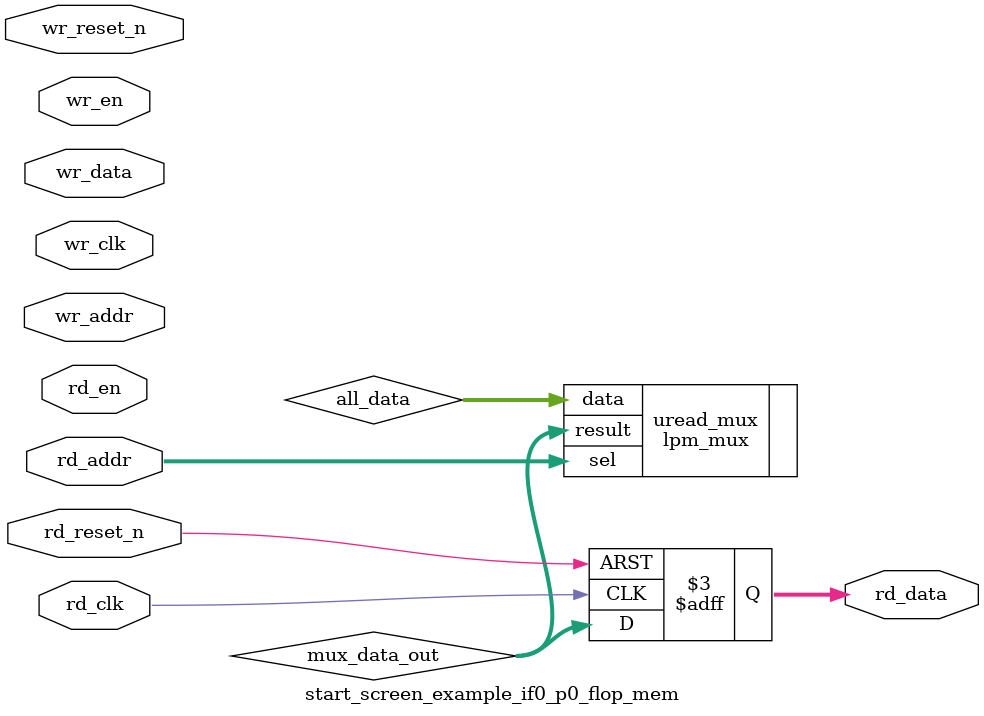
<source format=v>



`timescale 1 ps / 1 ps

(* altera_attribute = "-name ALLOW_SYNCH_CTRL_USAGE ON;-name AUTO_CLOCK_ENABLE_RECOGNITION ON" *)
module start_screen_example_if0_p0_flop_mem(
	wr_reset_n,
	wr_clk,
	wr_en,
	wr_addr,
	wr_data,
	rd_reset_n,
	rd_clk,
	rd_en,
	rd_addr,
	rd_data
);

parameter WRITE_MEM_DEPTH	= "";
parameter WRITE_ADDR_WIDTH	= "";
parameter WRITE_DATA_WIDTH	= "";
parameter READ_MEM_DEPTH	= "";
parameter READ_ADDR_WIDTH	= "";		 
parameter READ_DATA_WIDTH	= "";


input	wr_reset_n;
input	wr_clk;
input	wr_en;
input	[WRITE_ADDR_WIDTH-1:0] wr_addr;
input	[WRITE_DATA_WIDTH-1:0] wr_data;
input	rd_reset_n;
input	rd_clk;
input	rd_en;
input	[READ_ADDR_WIDTH-1:0] rd_addr;
output	[READ_DATA_WIDTH-1:0] rd_data;



wire	[WRITE_DATA_WIDTH*WRITE_MEM_DEPTH-1:0] all_data;
wire	[READ_DATA_WIDTH-1:0] mux_data_out;



// declare a memory with WRITE_MEM_DEPTH entries
// each entry contains a data size of WRITE_DATA_WIDTH
reg	[WRITE_DATA_WIDTH-1:0] data_stored [0:WRITE_MEM_DEPTH-1] /* synthesis syn_preserve = 1 */;
reg	[READ_DATA_WIDTH-1:0] rd_data;

generate
genvar entry;
	for (entry=0; entry < WRITE_MEM_DEPTH; entry=entry+1)
	begin: mem_location
		assign all_data[(WRITE_DATA_WIDTH*(entry+1)-1) : (WRITE_DATA_WIDTH*entry)] = data_stored[entry]; 
		
		always @(posedge wr_clk or negedge wr_reset_n)
		begin
			if (~wr_reset_n) begin
				data_stored[entry] <= {WRITE_DATA_WIDTH{1'b0}};
			end else begin
				if (wr_en) begin
					if (entry == wr_addr) begin
						data_stored[entry] <= wr_data;
					end
				end
			end
		end		
	end
endgenerate

// mux to select the correct output data based on read address
lpm_mux	uread_mux(
	.sel (rd_addr),
	.data (all_data),
	.result (mux_data_out)
	// synopsys translate_off
	,
	.aclr (),
	.clken (),
	.clock ()
	// synopsys translate_on
	);
 defparam uread_mux.lpm_size = READ_MEM_DEPTH;
 defparam uread_mux.lpm_type = "LPM_MUX";
 defparam uread_mux.lpm_width = READ_DATA_WIDTH;
 defparam uread_mux.lpm_widths = READ_ADDR_WIDTH;

always @(posedge rd_clk or negedge rd_reset_n)	
begin
	if (~rd_reset_n) begin
		rd_data <= {READ_DATA_WIDTH{1'b0}};
	end else begin
		rd_data <= mux_data_out;
	end
end

endmodule

</source>
